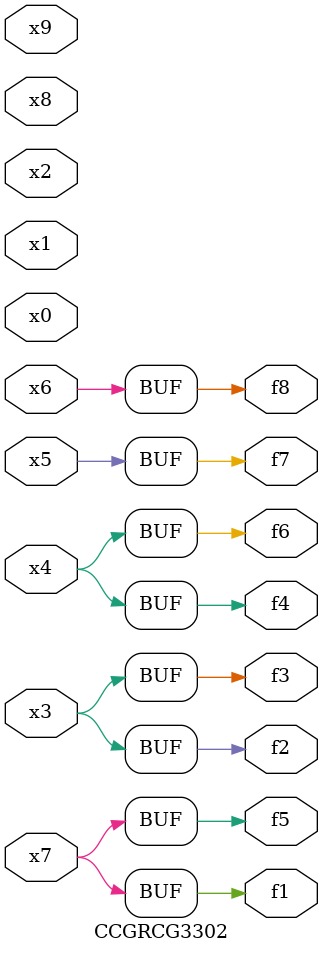
<source format=v>
module CCGRCG3302(
	input x0, x1, x2, x3, x4, x5, x6, x7, x8, x9,
	output f1, f2, f3, f4, f5, f6, f7, f8
);
	assign f1 = x7;
	assign f2 = x3;
	assign f3 = x3;
	assign f4 = x4;
	assign f5 = x7;
	assign f6 = x4;
	assign f7 = x5;
	assign f8 = x6;
endmodule

</source>
